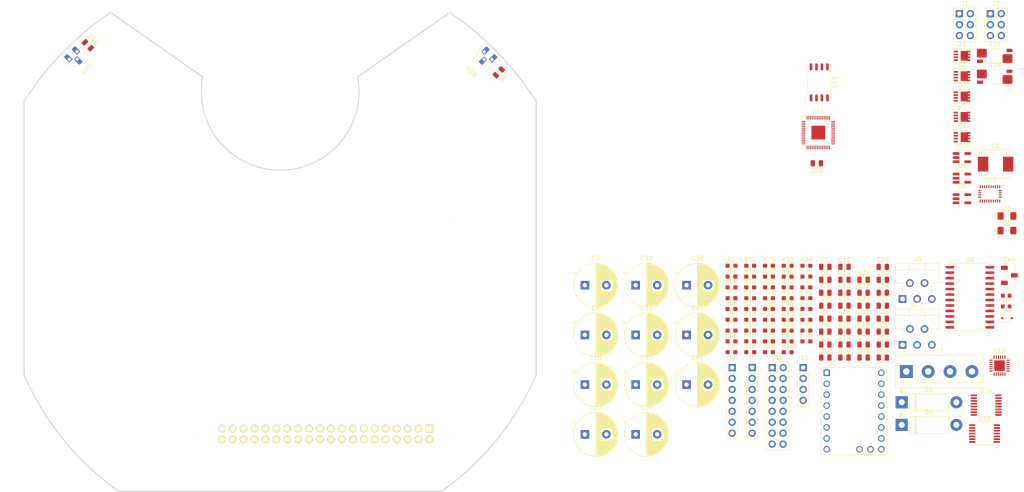
<source format=kicad_pcb>
(kicad_pcb
	(version 20240108)
	(generator "pcbnew")
	(generator_version "8.0")
	(general
		(thickness 1.6)
		(legacy_teardrops no)
	)
	(paper "A4")
	(layers
		(0 "F.Cu" signal)
		(1 "In1.Cu" signal)
		(2 "In2.Cu" signal)
		(31 "B.Cu" signal)
		(32 "B.Adhes" user "B.Adhesive")
		(33 "F.Adhes" user "F.Adhesive")
		(34 "B.Paste" user)
		(35 "F.Paste" user)
		(36 "B.SilkS" user "B.Silkscreen")
		(37 "F.SilkS" user "F.Silkscreen")
		(38 "B.Mask" user)
		(39 "F.Mask" user)
		(40 "Dwgs.User" user "User.Drawings")
		(41 "Cmts.User" user "User.Comments")
		(42 "Eco1.User" user "User.Eco1")
		(43 "Eco2.User" user "User.Eco2")
		(44 "Edge.Cuts" user)
		(45 "Margin" user)
		(46 "B.CrtYd" user "B.Courtyard")
		(47 "F.CrtYd" user "F.Courtyard")
		(48 "B.Fab" user)
		(49 "F.Fab" user)
		(50 "User.1" user)
		(51 "User.2" user)
		(52 "User.3" user)
		(53 "User.4" user)
		(54 "User.5" user)
		(55 "User.6" user)
		(56 "User.7" user)
		(57 "User.8" user)
		(58 "User.9" user)
	)
	(setup
		(stackup
			(layer "F.SilkS"
				(type "Top Silk Screen")
			)
			(layer "F.Paste"
				(type "Top Solder Paste")
			)
			(layer "F.Mask"
				(type "Top Solder Mask")
				(thickness 0.01)
			)
			(layer "F.Cu"
				(type "copper")
				(thickness 0.035)
			)
			(layer "dielectric 1"
				(type "prepreg")
				(thickness 0.1)
				(material "FR4")
				(epsilon_r 4.5)
				(loss_tangent 0.02)
			)
			(layer "In1.Cu"
				(type "copper")
				(thickness 0.035)
			)
			(layer "dielectric 2"
				(type "core")
				(thickness 1.24)
				(material "FR4")
				(epsilon_r 4.5)
				(loss_tangent 0.02)
			)
			(layer "In2.Cu"
				(type "copper")
				(thickness 0.035)
			)
			(layer "dielectric 3"
				(type "prepreg")
				(thickness 0.1)
				(material "FR4")
				(epsilon_r 4.5)
				(loss_tangent 0.02)
			)
			(layer "B.Cu"
				(type "copper")
				(thickness 0.035)
			)
			(layer "B.Mask"
				(type "Bottom Solder Mask")
				(thickness 0.01)
			)
			(layer "B.Paste"
				(type "Bottom Solder Paste")
			)
			(layer "B.SilkS"
				(type "Bottom Silk Screen")
			)
			(copper_finish "None")
			(dielectric_constraints no)
		)
		(pad_to_mask_clearance 0)
		(allow_soldermask_bridges_in_footprints no)
		(pcbplotparams
			(layerselection 0x00010fc_ffffffff)
			(plot_on_all_layers_selection 0x0000000_00000000)
			(disableapertmacros no)
			(usegerberextensions no)
			(usegerberattributes yes)
			(usegerberadvancedattributes yes)
			(creategerberjobfile yes)
			(dashed_line_dash_ratio 12.000000)
			(dashed_line_gap_ratio 3.000000)
			(svgprecision 4)
			(plotframeref no)
			(viasonmask no)
			(mode 1)
			(useauxorigin no)
			(hpglpennumber 1)
			(hpglpenspeed 20)
			(hpglpendiameter 15.000000)
			(pdf_front_fp_property_popups yes)
			(pdf_back_fp_property_popups yes)
			(dxfpolygonmode yes)
			(dxfimperialunits yes)
			(dxfusepcbnewfont yes)
			(psnegative no)
			(psa4output no)
			(plotreference yes)
			(plotvalue yes)
			(plotfptext yes)
			(plotinvisibletext no)
			(sketchpadsonfab no)
			(subtractmaskfromsilk no)
			(outputformat 1)
			(mirror no)
			(drillshape 1)
			(scaleselection 1)
			(outputdirectory "")
		)
	)
	(net 0 "")
	(net 1 "+5V")
	(net 2 "-BATT")
	(net 3 "Net-(M1-+)")
	(net 4 "VBUS")
	(net 5 "Net-(J5-Pin_2)")
	(net 6 "Net-(J8-Pin_2)")
	(net 7 "Net-(U12-CAP)")
	(net 8 "+3.3V")
	(net 9 "Net-(C11-Pad2)")
	(net 10 "Net-(U10-XIN)")
	(net 11 "Net-(U10-VREG_VOUT)")
	(net 12 "Net-(D1-K)")
	(net 13 "Net-(D2-K)")
	(net 14 "Bumper-F-R")
	(net 15 "US-Dist-Echo-Front")
	(net 16 "US-Dist-Trig-Front")
	(net 17 "Bumper-F-L")
	(net 18 "Bumper-B-R")
	(net 19 "US-Dist-Echo-Back")
	(net 20 "US-Dist-Trig-Back")
	(net 21 "Bumper-B-L")
	(net 22 "BottleDoor-UserButton-1")
	(net 23 "BottleDoor-Contact-1")
	(net 24 "BottleDoor-User-LED-1")
	(net 25 "BottleDoor-ServoPWM-1")
	(net 26 "Net-(J7-Pin_3)")
	(net 27 "Net-(J7-Pin_4)")
	(net 28 "Net-(J7-Pin_2)")
	(net 29 "Net-(J7-Pin_1)")
	(net 30 "BottleDoor-UserButton-2")
	(net 31 "BottleDoor-Contact-2")
	(net 32 "BottleDoor-User-LED-2")
	(net 33 "BottleDoor-ServoPWM-2")
	(net 34 "Net-(Q1-G)")
	(net 35 "Net-(Q2-D)")
	(net 36 "unconnected-(J10-Pin_9-Pad9)")
	(net 37 "Net-(U15-ACN)")
	(net 38 "unconnected-(J10-Pin_3-Pad3)")
	(net 39 "unconnected-(J10-Pin_8-Pad8)")
	(net 40 "unconnected-(J10-Pin_10-Pad10)")
	(net 41 "ChargeArm-PowerSwitch")
	(net 42 "unconnected-(U4-~{FLG}-Pad3)")
	(net 43 "unconnected-(U4-GND-Pad2)")
	(net 44 "unconnected-(U6-GND-Pad2)")
	(net 45 "BottleDoor-PowerSwitch-1")
	(net 46 "unconnected-(U6-~{FLG}-Pad3)")
	(net 47 "unconnected-(U8-GND-Pad2)")
	(net 48 "BottleDoor-PowerSwitch-2")
	(net 49 "unconnected-(U8-~{FLG}-Pad3)")
	(net 50 "unconnected-(U9-IO0_3-Pad7)")
	(net 51 "I2C-SCL")
	(net 52 "unconnected-(U9-IO1_0-Pad13)")
	(net 53 "Net-(U15-ACP)")
	(net 54 "unconnected-(U9-IO0_6-Pad10)")
	(net 55 "Net-(U1-GPIO22{slash}SDIO_CLK)")
	(net 56 "unconnected-(U9-IO0_7-Pad11)")
	(net 57 "Net-(U15-VCC)")
	(net 58 "I2C-SDA")
	(net 59 "Net-(Q3-D)")
	(net 60 "unconnected-(U10-GPIO22-Pad34)")
	(net 61 "Net-(U10-XOUT)")
	(net 62 "unconnected-(U10-GPIO18-Pad29)")
	(net 63 "unconnected-(U10-GPIO28_ADC2-Pad40)")
	(net 64 "Motor-SpreadChop")
	(net 65 "Net-(Q3-G)")
	(net 66 "TrackMagnetDetect1")
	(net 67 "Net-(U10-QSPI_SS)")
	(net 68 "TrackMagnetDetect2")
	(net 69 "Motor-EN")
	(net 70 "Net-(U10-USB_DM)")
	(net 71 "Net-(D4-A)")
	(net 72 "Motor-DIAG")
	(net 73 "unconnected-(U10-GPIO13-Pad16)")
	(net 74 "unconnected-(U10-GPIO17-Pad28)")
	(net 75 "unconnected-(U10-GPIO20-Pad31)")
	(net 76 "Net-(U10-QSPI_SD0)")
	(net 77 "unconnected-(U10-GPIO23-Pad35)")
	(net 78 "MotionC-RST")
	(net 79 "Net-(U10-QSPI_SD2)")
	(net 80 "Motor-1Wire-UART")
	(net 81 "unconnected-(U10-GPIO24-Pad36)")
	(net 82 "Net-(U10-QSPI_SD3)")
	(net 83 "Net-(U10-GPIO0)")
	(net 84 "Net-(U10-QSPI_SD1)")
	(net 85 "unconnected-(U10-GPIO19-Pad30)")
	(net 86 "Net-(U10-QSPI_SCLK)")
	(net 87 "Motor-Dir")
	(net 88 "Motor-IDX")
	(net 89 "Net-(U10-USB_DP)")
	(net 90 "unconnected-(U10-GPIO21-Pad32)")
	(net 91 "unconnected-(U10-SWCLK-Pad24)")
	(net 92 "Net-(D4-K)")
	(net 93 "unconnected-(U10-GPIO16-Pad27)")
	(net 94 "unconnected-(U10-SWD-Pad25)")
	(net 95 "Motor-Step")
	(net 96 "unconnected-(U10-GPIO29_ADC3-Pad41)")
	(net 97 "DrivePermission")
	(net 98 "Net-(Q5-D)")
	(net 99 "unconnected-(U12-PIN15-Pad15)")
	(net 100 "unconnected-(U12-PIN22-Pad22)")
	(net 101 "unconnected-(U12-PIN24-Pad24)")
	(net 102 "unconnected-(U12-BL_IND-Pad10)")
	(net 103 "unconnected-(U12-XIN32-Pad27)")
	(net 104 "Net-(U12-~{BOOT_LOAD_PIN})")
	(net 105 "unconnected-(U12-PIN23-Pad23)")
	(net 106 "Net-(U12-~{RESET})")
	(net 107 "unconnected-(U12-PIN12-Pad12)")
	(net 108 "unconnected-(U12-PIN7-Pad7)")
	(net 109 "unconnected-(U12-PIN1-Pad1)")
	(net 110 "unconnected-(U12-PIN13-Pad13)")
	(net 111 "IMU-INT")
	(net 112 "unconnected-(U12-PIN21-Pad21)")
	(net 113 "unconnected-(U12-PIN8-Pad8)")
	(net 114 "unconnected-(U12-XOUT32-Pad26)")
	(net 115 "unconnected-(U12-PIN16-Pad16)")
	(net 116 "Net-(U15-SRN)")
	(net 117 "PowerMonAlert")
	(net 118 "Net-(U15-SRP)")
	(net 119 "unconnected-(U14-NC-Pad13)")
	(net 120 "Net-(C37-Pad1)")
	(net 121 "Net-(C39-Pad2)")
	(net 122 "Net-(U15-TTC)")
	(net 123 "VCC")
	(net 124 "Net-(D3-A)")
	(net 125 "Net-(D5-A)")
	(net 126 "/DATA")
	(net 127 "unconnected-(J10-Pin_12-Pad12)")
	(net 128 "/RST")
	(net 129 "unconnected-(J10-Pin_11-Pad11)")
	(net 130 "/DC")
	(net 131 "unconnected-(J10-Pin_7-Pad7)")
	(net 132 "/CLK")
	(net 133 "unconnected-(J10-Pin_6-Pad6)")
	(net 134 "/CS")
	(net 135 "unconnected-(J10-Pin_13-Pad13)")
	(net 136 "USB_D-")
	(net 137 "USB_D+")
	(net 138 "unconnected-(J11-Pin_1-Pad1)")
	(net 139 "Net-(L3-Pad2)")
	(net 140 "+VDC")
	(net 141 "Net-(Q2-S-Pad1)")
	(net 142 "Net-(Q4-G)")
	(net 143 "Net-(Q5-G)")
	(net 144 "MotionC-BootOpt")
	(net 145 "Net-(U10-GPIO25)")
	(net 146 "Net-(U15-~{ACDRV})")
	(net 147 "Net-(U15-~{BATDRV})")
	(net 148 "ChargerStat1")
	(net 149 "ChargerStat2")
	(net 150 "ChargerStatPG")
	(net 151 "Net-(U15-ISET2)")
	(net 152 "Net-(U15-ISET1)")
	(net 153 "Net-(U15-ACSET)")
	(net 154 "Net-(R40-Pad2)")
	(net 155 "Net-(U15-TS)")
	(net 156 "I2C-SDA-MC")
	(net 157 "I2C-SCL-MC")
	(net 158 "Net-(U1-GPIO16{slash}SPI1_~{CE2})")
	(net 159 "Net-(SW6-A)")
	(net 160 "Net-(U14-VBUS)")
	(net 161 "unconnected-(U16-TEST-Pad7)")
	(net 162 "unconnected-(U16-TEST-Pad8)")
	(net 163 "unconnected-(U16-TEST-Pad10)")
	(net 164 "unconnected-(U16-TEST-Pad5)")
	(net 165 "unconnected-(U16-TEST-Pad6)")
	(net 166 "unconnected-(U16-TEST-Pad9)")
	(net 167 "unconnected-(U16-A1-Pad4)")
	(net 168 "unconnected-(U16-PWM-Pad14)")
	(net 169 "unconnected-(U16-A2-Pad3)")
	(net 170 "unconnected-(U1-SDA_I2C1{slash}GPIO02-Pad3)")
	(net 171 "unconnected-(U1-3V3-Pad1)")
	(net 172 "unconnected-(U1-~{CE1}_SPI0{slash}GPIO07-Pad26)")
	(net 173 "Net-(SW6-B)")
	(net 174 "unconnected-(U1-SCL_I2C1{slash}GPIO03-Pad5)")
	(net 175 "unconnected-(U1-GPIO15{slash}UART_RXD-Pad10)")
	(net 176 "ChargeArm-ServoPWM")
	(net 177 "unconnected-(U1-GPCLK2{slash}GPIO06-Pad31)")
	(net 178 "unconnected-(U1-MISO_SPI0{slash}GPIO09-Pad21)")
	(net 179 "unconnected-(U1-3V3-Pad1)_1")
	(net 180 "unconnected-(U7-PDN-Pad11)")
	(footprint "Package_TO_SOT_SMD:SOT-23-5_HandSoldering" (layer "F.Cu") (at 270.575 80.385))
	(footprint "Capacitor_SMD:C_0805_2012Metric" (layer "F.Cu") (at 238.835 105.25))
	(footprint "Resistor_SMD:R_0603_1608Metric_Pad0.98x0.95mm_HandSolder" (layer "F.Cu") (at 217.035 103.5))
	(footprint "Capacitor_SMD:C_0805_2012Metric" (layer "F.Cu") (at 243.285 108.26))
	(footprint "Inductor_SMD:L_0603_1608Metric" (layer "F.Cu") (at 280.875 105.43))
	(footprint "Diode_THT:D_5W_P12.70mm_Horizontal" (layer "F.Cu") (at 256.585 132.94))
	(footprint "Package_SO:SOIC-8_5.23x5.23mm_P1.27mm" (layer "F.Cu") (at 237.42 53.35 -90))
	(footprint "Capacitor_THT:CP_Radial_D10.0mm_P5.00mm" (layer "F.Cu") (at 182.959646 100.49))
	(footprint "Connector_PinHeader_2.54mm:PinHeader_1x07_P2.54mm_Vertical" (layer "F.Cu") (at 217.185 119.63))
	(footprint "Resistor_SMD:R_0603_1608Metric_Pad0.98x0.95mm_HandSolder" (layer "F.Cu") (at 221.385 98.48))
	(footprint "Capacitor_THT:CP_Radial_D10.0mm_P5.00mm" (layer "F.Cu") (at 194.774292 100.49))
	(footprint "Package_TO_SOT_SMD:SOT-23-5_HandSoldering" (layer "F.Cu") (at 270.575 75.61))
	(footprint "Capacitor_SMD:C_0805_2012Metric" (layer "F.Cu") (at 238.835 114.28))
	(footprint "Resistor_SMD:R_0603_1608Metric_Pad0.98x0.95mm_HandSolder" (layer "F.Cu") (at 234.435 98.48))
	(footprint "Resistor_SMD:R_0603_1608Metric_Pad0.98x0.95mm_HandSolder" (layer "F.Cu") (at 221.385 108.52))
	(footprint "Capacitor_SMD:C_0805_2012Metric" (layer "F.Cu") (at 252.185 96.22))
	(footprint "Package_SO:Vishay_PowerPAK_1212-8_Single" (layer "F.Cu") (at 270.585 61.36))
	(footprint "Capacitor_SMD:C_0805_2012Metric" (layer "F.Cu") (at 238.835 117.29))
	(footprint "Package_DFN_QFN:VQFN-24-1EP_4x4mm_P0.5mm_EP2.45x2.45mm" (layer "F.Cu") (at 279.315 119.17))
	(footprint "Capacitor_SMD:C_0805_2012Metric" (layer "F.Cu") (at 238.835 108.26))
	(footprint "Inductor_SMD:L_0603_1608Metric" (layer "F.Cu") (at 280.875 102.92))
	(footprint "Capacitor_SMD:C_0805_2012Metric" (layer "F.Cu") (at 162.95 51.02 -135))
	(footprint "Package_TO_SOT_THT:TO-220-5_P3.4x3.7mm_StaggerOdd_Lead3.8mm_Vertical"
		(layer "F.Cu")
		(uuid "3299ccdc-b9d9-49fc-ab8d-61d7d88f37ed")
		(at 256.785 114.34)
		(descr "TO-220-5, Vertical, RM 1.7mm, Pentawatt, Multiwatt-5, staggered type-1, see http://www.analog.com/media/en/package-pcb-resources/package/pkg_pdf/ltc-legacy-to-220/to-220_5_05-08-1421.pdf?domain=www.linear.com, https://www.diodes.com/assets/Package-Files/TO220-5.pdf")
		(tags "TO-220-5 Vertical RM 1.7mm Pentawatt Multiwatt-5 staggered type-1")
		(property "Reference" "U13"
			(at 3.4 -9.32 0)
			(layer "F.SilkS")
			(uuid "dfc3a6c7-9caf-47f7-9f82-b8ae20c251b5")
			(effects
				(font
					(size 1 1)
					(thickness 0.15)
				)
			)
		)
		(property "Value" "LM2596T-3.3"
			(at 3.4 2.15 0)
			(layer "F.Fab")
			(uuid "94757c02-1dfd-4457-a9be-13524a54e5e0")
			(effects
				(font
					(size 1 1)
					(thickness 0.15)
				)
			)
		)
		(property "Footprint" "Package_TO_SOT_THT:TO-220-5_P3.4x3.7mm_StaggerOdd_Lead3.8mm_Vertical"
			(at 0 0 0)
			(unlocked yes)
			(layer "F.Fab")
			(hide yes)
			(uuid "6c051a6b-62d1-45fa-bf8f-05528dfe7048")
			(effects
				(font
					(size 1.27 1.27)
					(thickness 0.15)
				)
			)
		)
		(property "Datasheet" "http://www.ti.com/lit/ds/symlink/lm2596.pdf"
			(at 0 0 0)
			(unlocked yes)
			(layer "F.Fab")
			(hide yes)
			(uuid "37d82cd1-de13-4b99-9f58-fffdcfe7b48a")
			(effects
				(font
					(size 1.27 1.27)
					(thickness 0.15)
				)
			)
		)
		(property "Description" "5V 3A 150kHz Step-Down Voltage Regulator, TO-220"
			(at 0 0 0)
			(unlocked yes)
			(layer "F.Fab")
			(hide yes)
			(uuid "cb9776ba-6776-48bd-8e2e-57737316985e")
			(effects
				(font
					(size 1.27 1.27)
					(thickness 0.15)
				)
			)
		)
		(property ki_fp_filters "TO?220*")
		(path "/63dc8253-e876-4d05-a7c4-9d4ed39ecff0")
		(sheetname "Stammblatt")
		(sheetfile "monorail.kicad_sch")
		(attr through_hole)
		(fp_line
			(start -1.721 -8.32)
			(end -1.721 -3.679)
			(stroke
				(width 0.12)
				(type solid)
			)
			(layer "F.SilkS")
			(uuid "02eec198-0c63-4bf7-873f-02311c3c50f3")
		)
		(fp_line
			(start -1.721 -8.32)
			(end 8.52 -8.32)
			(stroke
				(width 0.12)
				(type solid)
			)
			(layer "F.SilkS")
			(uuid "086eb8c3-546e-4f27-b97b-16762b9be3b2")
		)
		(fp_line
			(start -1.721 -6.811)
			(end 8.52 -6.811)
			(stroke
				(width 0.12)
				(type solid)
			)
			(layer "F.SilkS")
			(uuid "453b4547-cb65-4076-848b-19501600a87e")
		)
		(fp_line
			(start -1.721 -3.679)
			(end 0.635 -3.679)
			(stroke
				(width 0.12)
				(type solid)
			)
			(layer "F.SilkS")
			(uuid "2b027445-799b-4776-89f8-28fa616b6b19")
		)
		(fp_line
			(start 0 -3.679)
			(end 0 -1.049)
			(stroke
				(width 0.12)
				(type solid)
			)
			(layer "F.SilkS")
			(uuid "5bfd1b1f-39bc-4581-ba9d-bfc13b5b2317")
		)
		(fp_line
			(start 1.55 -8.32)
			(end 1.55 -6.811)
			(stroke
				(width 0.12)
				(type solid)
			)
			(layer "F.SilkS")
			(uuid "3cac66a7-2d8a-482f-9894-67ce47e55970")
		)
		(fp_line
			(start 2.765 -3.679)
			(end 4.035 -3.679)
			(stroke
				(width 0.12)
				(type solid)
			)
			(layer "F.SilkS")
			(uuid "3d861062-7590-4cc4-96f2-c7838171b96c")
		)
		(fp_line
			(start 3.4 -3.679)
			(end 3.4 -1.065)
			(stroke
				(width 0.12)
				(type solid)
			)
			(layer "F.SilkS")
			(uuid "e552aeb5-99a5-44bd-bbb2-29df0ca09baa")
		)
		(fp_line
			(start 5.25 -8.32)
			(end 5.25 -6.811)
			(stroke
				(width 0.12)
				(type solid)
			)
			(layer "F.SilkS")
			(uuid "bd7239f4-7716-448f-b54b-2659b09a9d08")
		)
		(fp_line
			(start 6.165 -3.679)
			(end 8.52 -3.679)
			(stroke
				(width 0.12)
				(type solid)
			)
			(layer "F.SilkS")
			(uuid "efa7ca1a-3d29-4739-8c09-27e26933e0a6")
		)
		(fp_line
			(start 6.8 -3.679)
			(end 6.8 -1.065)
			(stroke
				(width 0.12)
				(type solid)
			)
			(layer "F.SilkS")
			(uuid "56e16ab5-3a40-44a9-a1bf-a3730e45dcf3")
		)
		(fp_line
			(start 8.52 -8.32)
			(end 8.52 -3.679)
			(stroke
				(width 0.12)
				(type solid)
			)
			(layer "F.SilkS")
			(uuid "48c5ded0-7ba2-4765-92f2-5d1ee2de066d")
		)
		(fp_line
			(start -1.85 -8.45)
			(end -1.85 1.15)
			(stroke
				(width 0.05)
				(type solid)
			)
			(layer "F.CrtYd")
			(uuid "e5803999-8b91-46fa-baea-04b85fd1a691")
		)
		(fp_line
			(start -1.85 1.15)
			(end 8.65 1.15)
			(stroke
				(width 0.05)
				(type solid)
			)
			(layer "F.CrtYd")
			(uuid "aaf83d74-cf73-44ea-8878-41c3bc199eac")
		)
		(fp_line
			(start 8.65 -8.45)
			(end -1.85 -8.45)
			(stroke
				(width 0.05)
				(type solid)
			)
			(layer "F.CrtYd")
			(uuid "22d667d3-dbaa-4dc9-a635-cdf549999b1a")
		)
		(fp_line
			(start 8.65 1.15)
			(end 8.65 -8.45)
			(stroke
				(width 0.05)
				(type solid)
			)
			(layer "F.CrtYd")
			(uuid "1f708d4f-09f5-4355-bb7f-92787258977f")
		)
		(fp_line
			(start -1.6 -8.2)
			(end -1.6 -3.8)
			(stroke
				(width 0.1)
				(type solid)
			)
			(layer "F.Fab")
			(uuid "7889f482-88d5-4d0d-8357-1c8ce4848a32")
		)
		(fp_line
			(start -1.6 -6.93)
			(end 8.4 -6.93)
			(stroke
				(width 0.1)
				(type solid)
			)
			(layer "F.Fab")
			(uuid "74416ea5-a166-450d-8447-65c47d0a5241")
		)
		(fp_line
			(start -1.6 -3.8)
			(end 8.4 -3.8)
			(stroke
				(width 0.1)
				(type solid)
			)
			(layer "F.Fab")
			(uuid "65e71a6b-af38-4ab5-ac30-99c2bd6bd29b")
		)
		(fp_line
			(start 0 -3.8)
			(end 0 0)
			(stroke
				(width 0.1)
				(type solid)
			)
			(layer "F.Fab")
			(uuid "814b3ba7-0f14-45f3-a165-8644029140ea")
		)
		(fp_line
			(start 1.55 -8.2)
			(end 1.55 -6.93)
			(stroke
				(width 0.1)
				(type solid)
			)
			(layer "F.Fab")
			(uuid "f12e582e-1a4c-4792-afe6-e774e175fd9d")
		)
		(fp_line
			(start 1.7 -3.8)
			(end 1.7 -3.7)
			(stroke
				(width 0.1)
				(type solid)
			)
			(layer "F.Fab")
			(uuid "2d7f2a80-515c-4637-ac5b-76cd155f2515")
		)
		(fp_line
			(start 3.4 -3.8)
			(end 3.4 0)
			(stroke
				(width 0.1)
				(type solid)
			)
			(layer "F.Fab")
			(uuid "edba43d3-896f-4ba0-95d5-8f0e231af73f")
		)
		(fp_line
			(start 5.1 -3.8)
			(end 5.1 -3.7)
			(stroke
				(width 0.1)
				(type solid)
			)
			(layer "F.Fab")
			(uuid "22d5f6b4-4781-4500-aa1b-dc973a557c65")
		)
		(fp_line
			(start 5.25 -8.2)
			(end 5.25 -6.93)
			(stroke
				(width 0.1)
				(type solid)
			)
			(layer "F.Fab")
			(uuid "5df6dca6-028f-45f8-a1a7-745ae892f4f3")
		)
		(fp_line
			(start 6.8 -3.8)
			(end 6.8 0)
			(stroke
				(width 0.1)
				(type solid)
			)
			(layer "F.Fab")
			(uuid "5feae22d-1c42-4d29-bb87-4f7426c0c29c")
		)
		(fp_line
			(start 8.4 -8.2)
			(end -1.6 -8.2)
			(stroke
				(width 0.1)
				(type solid)
			)
			(layer "F.Fab")
			(uuid "e657fc74-1fd0-44d1-8394-aaa132671ed1")
		)
		(fp_line
			(start 8.4 -3.8)
			(end 8.4 -8.2)
			(stroke
				(width 0.1)
				(type solid)
			)
			(layer "F.Fab")
			(uuid "f829456a-ed0c-4dc2-ab9d-0034f1426761")
		)
		(fp_text user "${REFERENCE}"
			(at 3.4 -9.32 0)
			(layer "F.Fab")
			(uuid "bc58391e-1378-43fc-9ff5-bf4deea701eb")
			(effects
				(font
					(size 1 1)
					(thickness 0.15)
				)
			)
		)
		(pad "1" thru_hole rect
			(at 0 0)
		
... [876671 chars truncated]
</source>
